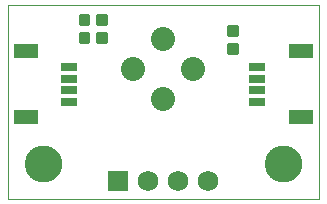
<source format=gts>
G75*
%MOIN*%
%OFA0B0*%
%FSLAX25Y25*%
%IPPOS*%
%LPD*%
%AMOC8*
5,1,8,0,0,1.08239X$1,22.5*
%
%ADD10C,0.00100*%
%ADD11C,0.00000*%
%ADD12C,0.12211*%
%ADD13C,0.01287*%
%ADD14R,0.05715X0.02762*%
%ADD15R,0.08274X0.05124*%
%ADD16R,0.06900X0.06900*%
%ADD17C,0.06900*%
%ADD18C,0.08000*%
D10*
X0001350Y0007294D02*
X0001350Y0071861D01*
X0104972Y0071861D01*
X0104972Y0007294D01*
X0001350Y0007294D01*
D11*
X0007255Y0019106D02*
X0007257Y0019259D01*
X0007263Y0019413D01*
X0007273Y0019566D01*
X0007287Y0019718D01*
X0007305Y0019871D01*
X0007327Y0020022D01*
X0007352Y0020173D01*
X0007382Y0020324D01*
X0007416Y0020474D01*
X0007453Y0020622D01*
X0007494Y0020770D01*
X0007539Y0020916D01*
X0007588Y0021062D01*
X0007641Y0021206D01*
X0007697Y0021348D01*
X0007757Y0021489D01*
X0007821Y0021629D01*
X0007888Y0021767D01*
X0007959Y0021903D01*
X0008034Y0022037D01*
X0008111Y0022169D01*
X0008193Y0022299D01*
X0008277Y0022427D01*
X0008365Y0022553D01*
X0008456Y0022676D01*
X0008550Y0022797D01*
X0008648Y0022915D01*
X0008748Y0023031D01*
X0008852Y0023144D01*
X0008958Y0023255D01*
X0009067Y0023363D01*
X0009179Y0023468D01*
X0009293Y0023569D01*
X0009411Y0023668D01*
X0009530Y0023764D01*
X0009652Y0023857D01*
X0009777Y0023946D01*
X0009904Y0024033D01*
X0010033Y0024115D01*
X0010164Y0024195D01*
X0010297Y0024271D01*
X0010432Y0024344D01*
X0010569Y0024413D01*
X0010708Y0024478D01*
X0010848Y0024540D01*
X0010990Y0024598D01*
X0011133Y0024653D01*
X0011278Y0024704D01*
X0011424Y0024751D01*
X0011571Y0024794D01*
X0011719Y0024833D01*
X0011868Y0024869D01*
X0012018Y0024900D01*
X0012169Y0024928D01*
X0012320Y0024952D01*
X0012473Y0024972D01*
X0012625Y0024988D01*
X0012778Y0025000D01*
X0012931Y0025008D01*
X0013084Y0025012D01*
X0013238Y0025012D01*
X0013391Y0025008D01*
X0013544Y0025000D01*
X0013697Y0024988D01*
X0013849Y0024972D01*
X0014002Y0024952D01*
X0014153Y0024928D01*
X0014304Y0024900D01*
X0014454Y0024869D01*
X0014603Y0024833D01*
X0014751Y0024794D01*
X0014898Y0024751D01*
X0015044Y0024704D01*
X0015189Y0024653D01*
X0015332Y0024598D01*
X0015474Y0024540D01*
X0015614Y0024478D01*
X0015753Y0024413D01*
X0015890Y0024344D01*
X0016025Y0024271D01*
X0016158Y0024195D01*
X0016289Y0024115D01*
X0016418Y0024033D01*
X0016545Y0023946D01*
X0016670Y0023857D01*
X0016792Y0023764D01*
X0016911Y0023668D01*
X0017029Y0023569D01*
X0017143Y0023468D01*
X0017255Y0023363D01*
X0017364Y0023255D01*
X0017470Y0023144D01*
X0017574Y0023031D01*
X0017674Y0022915D01*
X0017772Y0022797D01*
X0017866Y0022676D01*
X0017957Y0022553D01*
X0018045Y0022427D01*
X0018129Y0022299D01*
X0018211Y0022169D01*
X0018288Y0022037D01*
X0018363Y0021903D01*
X0018434Y0021767D01*
X0018501Y0021629D01*
X0018565Y0021489D01*
X0018625Y0021348D01*
X0018681Y0021206D01*
X0018734Y0021062D01*
X0018783Y0020916D01*
X0018828Y0020770D01*
X0018869Y0020622D01*
X0018906Y0020474D01*
X0018940Y0020324D01*
X0018970Y0020173D01*
X0018995Y0020022D01*
X0019017Y0019871D01*
X0019035Y0019718D01*
X0019049Y0019566D01*
X0019059Y0019413D01*
X0019065Y0019259D01*
X0019067Y0019106D01*
X0019065Y0018953D01*
X0019059Y0018799D01*
X0019049Y0018646D01*
X0019035Y0018494D01*
X0019017Y0018341D01*
X0018995Y0018190D01*
X0018970Y0018039D01*
X0018940Y0017888D01*
X0018906Y0017738D01*
X0018869Y0017590D01*
X0018828Y0017442D01*
X0018783Y0017296D01*
X0018734Y0017150D01*
X0018681Y0017006D01*
X0018625Y0016864D01*
X0018565Y0016723D01*
X0018501Y0016583D01*
X0018434Y0016445D01*
X0018363Y0016309D01*
X0018288Y0016175D01*
X0018211Y0016043D01*
X0018129Y0015913D01*
X0018045Y0015785D01*
X0017957Y0015659D01*
X0017866Y0015536D01*
X0017772Y0015415D01*
X0017674Y0015297D01*
X0017574Y0015181D01*
X0017470Y0015068D01*
X0017364Y0014957D01*
X0017255Y0014849D01*
X0017143Y0014744D01*
X0017029Y0014643D01*
X0016911Y0014544D01*
X0016792Y0014448D01*
X0016670Y0014355D01*
X0016545Y0014266D01*
X0016418Y0014179D01*
X0016289Y0014097D01*
X0016158Y0014017D01*
X0016025Y0013941D01*
X0015890Y0013868D01*
X0015753Y0013799D01*
X0015614Y0013734D01*
X0015474Y0013672D01*
X0015332Y0013614D01*
X0015189Y0013559D01*
X0015044Y0013508D01*
X0014898Y0013461D01*
X0014751Y0013418D01*
X0014603Y0013379D01*
X0014454Y0013343D01*
X0014304Y0013312D01*
X0014153Y0013284D01*
X0014002Y0013260D01*
X0013849Y0013240D01*
X0013697Y0013224D01*
X0013544Y0013212D01*
X0013391Y0013204D01*
X0013238Y0013200D01*
X0013084Y0013200D01*
X0012931Y0013204D01*
X0012778Y0013212D01*
X0012625Y0013224D01*
X0012473Y0013240D01*
X0012320Y0013260D01*
X0012169Y0013284D01*
X0012018Y0013312D01*
X0011868Y0013343D01*
X0011719Y0013379D01*
X0011571Y0013418D01*
X0011424Y0013461D01*
X0011278Y0013508D01*
X0011133Y0013559D01*
X0010990Y0013614D01*
X0010848Y0013672D01*
X0010708Y0013734D01*
X0010569Y0013799D01*
X0010432Y0013868D01*
X0010297Y0013941D01*
X0010164Y0014017D01*
X0010033Y0014097D01*
X0009904Y0014179D01*
X0009777Y0014266D01*
X0009652Y0014355D01*
X0009530Y0014448D01*
X0009411Y0014544D01*
X0009293Y0014643D01*
X0009179Y0014744D01*
X0009067Y0014849D01*
X0008958Y0014957D01*
X0008852Y0015068D01*
X0008748Y0015181D01*
X0008648Y0015297D01*
X0008550Y0015415D01*
X0008456Y0015536D01*
X0008365Y0015659D01*
X0008277Y0015785D01*
X0008193Y0015913D01*
X0008111Y0016043D01*
X0008034Y0016175D01*
X0007959Y0016309D01*
X0007888Y0016445D01*
X0007821Y0016583D01*
X0007757Y0016723D01*
X0007697Y0016864D01*
X0007641Y0017006D01*
X0007588Y0017150D01*
X0007539Y0017296D01*
X0007494Y0017442D01*
X0007453Y0017590D01*
X0007416Y0017738D01*
X0007382Y0017888D01*
X0007352Y0018039D01*
X0007327Y0018190D01*
X0007305Y0018341D01*
X0007287Y0018494D01*
X0007273Y0018646D01*
X0007263Y0018799D01*
X0007257Y0018953D01*
X0007255Y0019106D01*
X0087255Y0019106D02*
X0087257Y0019259D01*
X0087263Y0019413D01*
X0087273Y0019566D01*
X0087287Y0019718D01*
X0087305Y0019871D01*
X0087327Y0020022D01*
X0087352Y0020173D01*
X0087382Y0020324D01*
X0087416Y0020474D01*
X0087453Y0020622D01*
X0087494Y0020770D01*
X0087539Y0020916D01*
X0087588Y0021062D01*
X0087641Y0021206D01*
X0087697Y0021348D01*
X0087757Y0021489D01*
X0087821Y0021629D01*
X0087888Y0021767D01*
X0087959Y0021903D01*
X0088034Y0022037D01*
X0088111Y0022169D01*
X0088193Y0022299D01*
X0088277Y0022427D01*
X0088365Y0022553D01*
X0088456Y0022676D01*
X0088550Y0022797D01*
X0088648Y0022915D01*
X0088748Y0023031D01*
X0088852Y0023144D01*
X0088958Y0023255D01*
X0089067Y0023363D01*
X0089179Y0023468D01*
X0089293Y0023569D01*
X0089411Y0023668D01*
X0089530Y0023764D01*
X0089652Y0023857D01*
X0089777Y0023946D01*
X0089904Y0024033D01*
X0090033Y0024115D01*
X0090164Y0024195D01*
X0090297Y0024271D01*
X0090432Y0024344D01*
X0090569Y0024413D01*
X0090708Y0024478D01*
X0090848Y0024540D01*
X0090990Y0024598D01*
X0091133Y0024653D01*
X0091278Y0024704D01*
X0091424Y0024751D01*
X0091571Y0024794D01*
X0091719Y0024833D01*
X0091868Y0024869D01*
X0092018Y0024900D01*
X0092169Y0024928D01*
X0092320Y0024952D01*
X0092473Y0024972D01*
X0092625Y0024988D01*
X0092778Y0025000D01*
X0092931Y0025008D01*
X0093084Y0025012D01*
X0093238Y0025012D01*
X0093391Y0025008D01*
X0093544Y0025000D01*
X0093697Y0024988D01*
X0093849Y0024972D01*
X0094002Y0024952D01*
X0094153Y0024928D01*
X0094304Y0024900D01*
X0094454Y0024869D01*
X0094603Y0024833D01*
X0094751Y0024794D01*
X0094898Y0024751D01*
X0095044Y0024704D01*
X0095189Y0024653D01*
X0095332Y0024598D01*
X0095474Y0024540D01*
X0095614Y0024478D01*
X0095753Y0024413D01*
X0095890Y0024344D01*
X0096025Y0024271D01*
X0096158Y0024195D01*
X0096289Y0024115D01*
X0096418Y0024033D01*
X0096545Y0023946D01*
X0096670Y0023857D01*
X0096792Y0023764D01*
X0096911Y0023668D01*
X0097029Y0023569D01*
X0097143Y0023468D01*
X0097255Y0023363D01*
X0097364Y0023255D01*
X0097470Y0023144D01*
X0097574Y0023031D01*
X0097674Y0022915D01*
X0097772Y0022797D01*
X0097866Y0022676D01*
X0097957Y0022553D01*
X0098045Y0022427D01*
X0098129Y0022299D01*
X0098211Y0022169D01*
X0098288Y0022037D01*
X0098363Y0021903D01*
X0098434Y0021767D01*
X0098501Y0021629D01*
X0098565Y0021489D01*
X0098625Y0021348D01*
X0098681Y0021206D01*
X0098734Y0021062D01*
X0098783Y0020916D01*
X0098828Y0020770D01*
X0098869Y0020622D01*
X0098906Y0020474D01*
X0098940Y0020324D01*
X0098970Y0020173D01*
X0098995Y0020022D01*
X0099017Y0019871D01*
X0099035Y0019718D01*
X0099049Y0019566D01*
X0099059Y0019413D01*
X0099065Y0019259D01*
X0099067Y0019106D01*
X0099065Y0018953D01*
X0099059Y0018799D01*
X0099049Y0018646D01*
X0099035Y0018494D01*
X0099017Y0018341D01*
X0098995Y0018190D01*
X0098970Y0018039D01*
X0098940Y0017888D01*
X0098906Y0017738D01*
X0098869Y0017590D01*
X0098828Y0017442D01*
X0098783Y0017296D01*
X0098734Y0017150D01*
X0098681Y0017006D01*
X0098625Y0016864D01*
X0098565Y0016723D01*
X0098501Y0016583D01*
X0098434Y0016445D01*
X0098363Y0016309D01*
X0098288Y0016175D01*
X0098211Y0016043D01*
X0098129Y0015913D01*
X0098045Y0015785D01*
X0097957Y0015659D01*
X0097866Y0015536D01*
X0097772Y0015415D01*
X0097674Y0015297D01*
X0097574Y0015181D01*
X0097470Y0015068D01*
X0097364Y0014957D01*
X0097255Y0014849D01*
X0097143Y0014744D01*
X0097029Y0014643D01*
X0096911Y0014544D01*
X0096792Y0014448D01*
X0096670Y0014355D01*
X0096545Y0014266D01*
X0096418Y0014179D01*
X0096289Y0014097D01*
X0096158Y0014017D01*
X0096025Y0013941D01*
X0095890Y0013868D01*
X0095753Y0013799D01*
X0095614Y0013734D01*
X0095474Y0013672D01*
X0095332Y0013614D01*
X0095189Y0013559D01*
X0095044Y0013508D01*
X0094898Y0013461D01*
X0094751Y0013418D01*
X0094603Y0013379D01*
X0094454Y0013343D01*
X0094304Y0013312D01*
X0094153Y0013284D01*
X0094002Y0013260D01*
X0093849Y0013240D01*
X0093697Y0013224D01*
X0093544Y0013212D01*
X0093391Y0013204D01*
X0093238Y0013200D01*
X0093084Y0013200D01*
X0092931Y0013204D01*
X0092778Y0013212D01*
X0092625Y0013224D01*
X0092473Y0013240D01*
X0092320Y0013260D01*
X0092169Y0013284D01*
X0092018Y0013312D01*
X0091868Y0013343D01*
X0091719Y0013379D01*
X0091571Y0013418D01*
X0091424Y0013461D01*
X0091278Y0013508D01*
X0091133Y0013559D01*
X0090990Y0013614D01*
X0090848Y0013672D01*
X0090708Y0013734D01*
X0090569Y0013799D01*
X0090432Y0013868D01*
X0090297Y0013941D01*
X0090164Y0014017D01*
X0090033Y0014097D01*
X0089904Y0014179D01*
X0089777Y0014266D01*
X0089652Y0014355D01*
X0089530Y0014448D01*
X0089411Y0014544D01*
X0089293Y0014643D01*
X0089179Y0014744D01*
X0089067Y0014849D01*
X0088958Y0014957D01*
X0088852Y0015068D01*
X0088748Y0015181D01*
X0088648Y0015297D01*
X0088550Y0015415D01*
X0088456Y0015536D01*
X0088365Y0015659D01*
X0088277Y0015785D01*
X0088193Y0015913D01*
X0088111Y0016043D01*
X0088034Y0016175D01*
X0087959Y0016309D01*
X0087888Y0016445D01*
X0087821Y0016583D01*
X0087757Y0016723D01*
X0087697Y0016864D01*
X0087641Y0017006D01*
X0087588Y0017150D01*
X0087539Y0017296D01*
X0087494Y0017442D01*
X0087453Y0017590D01*
X0087416Y0017738D01*
X0087382Y0017888D01*
X0087352Y0018039D01*
X0087327Y0018190D01*
X0087305Y0018341D01*
X0087287Y0018494D01*
X0087273Y0018646D01*
X0087263Y0018799D01*
X0087257Y0018953D01*
X0087255Y0019106D01*
D12*
X0093161Y0019106D03*
X0013161Y0019106D03*
D13*
X0028157Y0059787D02*
X0028157Y0062401D01*
X0028157Y0059787D02*
X0025543Y0059787D01*
X0025543Y0062401D01*
X0028157Y0062401D01*
X0028157Y0061010D02*
X0025543Y0061010D01*
X0025543Y0062233D02*
X0028157Y0062233D01*
X0034057Y0062401D02*
X0034057Y0059787D01*
X0031443Y0059787D01*
X0031443Y0062401D01*
X0034057Y0062401D01*
X0034057Y0061010D02*
X0031443Y0061010D01*
X0031443Y0062233D02*
X0034057Y0062233D01*
X0034057Y0065787D02*
X0034057Y0068401D01*
X0034057Y0065787D02*
X0031443Y0065787D01*
X0031443Y0068401D01*
X0034057Y0068401D01*
X0034057Y0067010D02*
X0031443Y0067010D01*
X0031443Y0068233D02*
X0034057Y0068233D01*
X0028157Y0068401D02*
X0028157Y0065787D01*
X0025543Y0065787D01*
X0025543Y0068401D01*
X0028157Y0068401D01*
X0028157Y0067010D02*
X0025543Y0067010D01*
X0025543Y0068233D02*
X0028157Y0068233D01*
X0075143Y0064501D02*
X0075143Y0061887D01*
X0075143Y0064501D02*
X0077757Y0064501D01*
X0077757Y0061887D01*
X0075143Y0061887D01*
X0075143Y0063110D02*
X0077757Y0063110D01*
X0077757Y0064333D02*
X0075143Y0064333D01*
X0075143Y0058501D02*
X0075143Y0055887D01*
X0075143Y0058501D02*
X0077757Y0058501D01*
X0077757Y0055887D01*
X0075143Y0055887D01*
X0075143Y0057110D02*
X0077757Y0057110D01*
X0077757Y0058333D02*
X0075143Y0058333D01*
D14*
X0084500Y0051389D03*
X0084500Y0047452D03*
X0084500Y0043515D03*
X0084500Y0039578D03*
X0021822Y0039578D03*
X0021822Y0043515D03*
X0021822Y0047452D03*
X0021822Y0051389D03*
D15*
X0007354Y0056507D03*
X0007354Y0034460D03*
X0098968Y0034460D03*
X0098968Y0056507D03*
D16*
X0038161Y0013200D03*
D17*
X0048161Y0013200D03*
X0058161Y0013200D03*
X0068161Y0013200D03*
D18*
X0053161Y0040602D03*
X0043161Y0050602D03*
X0053161Y0060602D03*
X0063161Y0050602D03*
M02*

</source>
